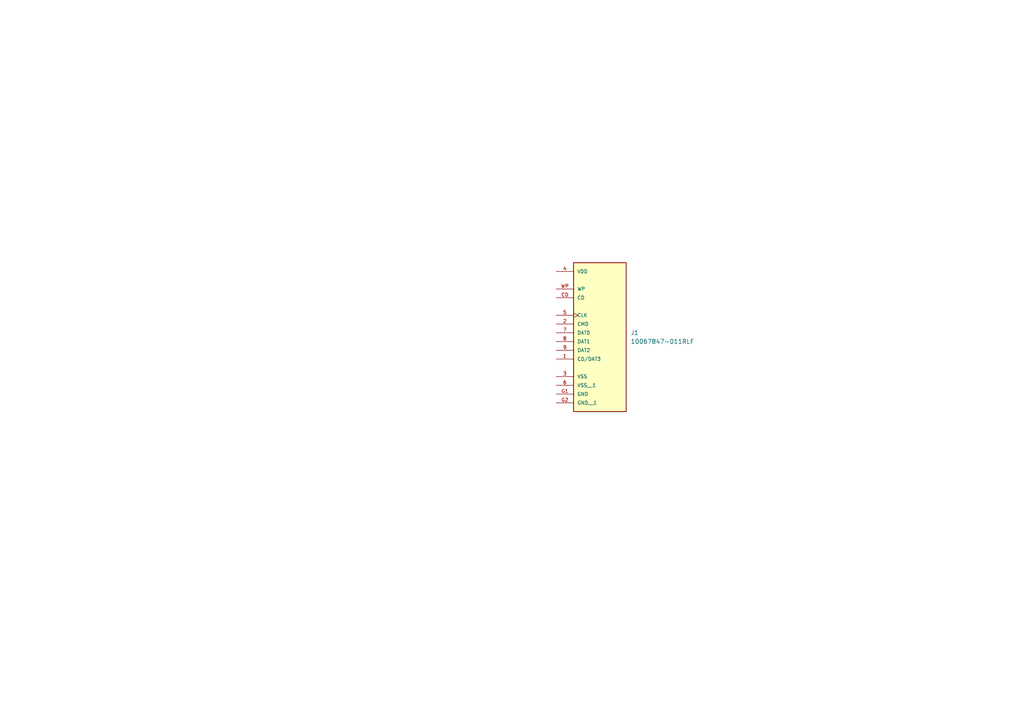
<source format=kicad_sch>
(kicad_sch (version 20230121) (generator eeschema)
  (paper "A4")
  (lib_symbols
    (symbol "10067847-011RLF:10067847-011RLF" (pin_names (offset 1.016))
      (property "Reference" "J" (at -7.62 19.05 0))
      (property "Value" "10067847-011RLF" (at -7.62 -27.94 0))
      (symbol "10067847-011RLF_0_0"
        (rectangle (start -7.62 17.78) (end 7.62 -25.4) (stroke (width 0.254)) (fill (type background)))
        (pin bidirectional line (at -12.7 -10.16 0) (length 5.08) (name "CD/DAT3") (number "1"))
        (pin bidirectional line (at -12.7 0 0) (length 5.08) (name "CMD") (number "2"))
        (pin power_in line (at -12.7 -15.24 0) (length 5.08) (name "VSS") (number "3"))
        (pin power_in line (at -12.7 15.24 0) (length 5.08) (name "VDD") (number "4"))
        (pin input clock (at -12.7 2.54 0) (length 5.08) (name "CLK") (number "5"))
        (pin power_in line (at -12.7 -17.78 0) (length 5.08) (name "VSS__1") (number "6"))
        (pin bidirectional line (at -12.7 -2.54 0) (length 5.08) (name "DAT0") (number "7"))
        (pin bidirectional line (at -12.7 -5.08 0) (length 5.08) (name "DAT1") (number "8"))
        (pin bidirectional line (at -12.7 -7.62 0) (length 5.08) (name "DAT2") (number "9"))
        (pin passive line (at -12.7 7.62 0) (length 5.08) (name "CD") (number "CD"))
        (pin power_in line (at -12.7 -20.32 0) (length 5.08) (name "GND") (number "G1"))
        (pin power_in line (at -12.7 -22.86 0) (length 5.08) (name "GND__1") (number "G2"))
        (pin passive line (at -12.7 10.16 0) (length 5.08) (name "WP") (number "WP"))
      )
    )
  )
  (symbol (lib_id "10067847-011RLF:10067847-011RLF") (at 173.99 93.98 0) (unit 1)
    (property "Reference" "J1" (at 182.88 96.52 0) (effects (justify left)))
    (property "Value" "10067847-011RLF" (at 182.88 99.06 0) (effects (justify left)))
    (property "Footprint" "10067847-011RLF:AMPHENOL_10067847-011RLF" (effects hide))
    (property "PARTREV" "K" (effects hide))
    (property "STANDARD" "Manufacturer Recommendations" (effects hide))
    (property "MAXIMUM_PACKAGE_HEIGHT" "3mm" (effects hide))
    (property "MANUFACTURER" "Amphenol" (effects hide))
  )
)
</source>
